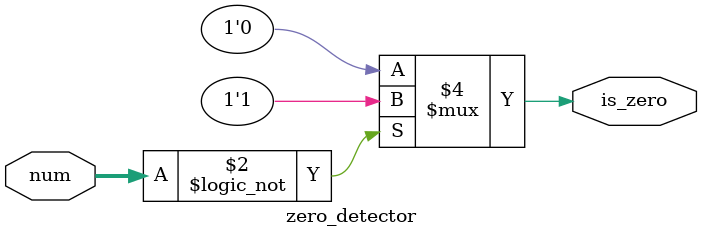
<source format=v>

module zero_detector(num,is_zero);
input [7:0]num;
output reg is_zero;
always @ (*)
begin 
if ( num == 8'b00000000)
is_zero =1;
else 
is_zero =0;
end
endmodule
</source>
